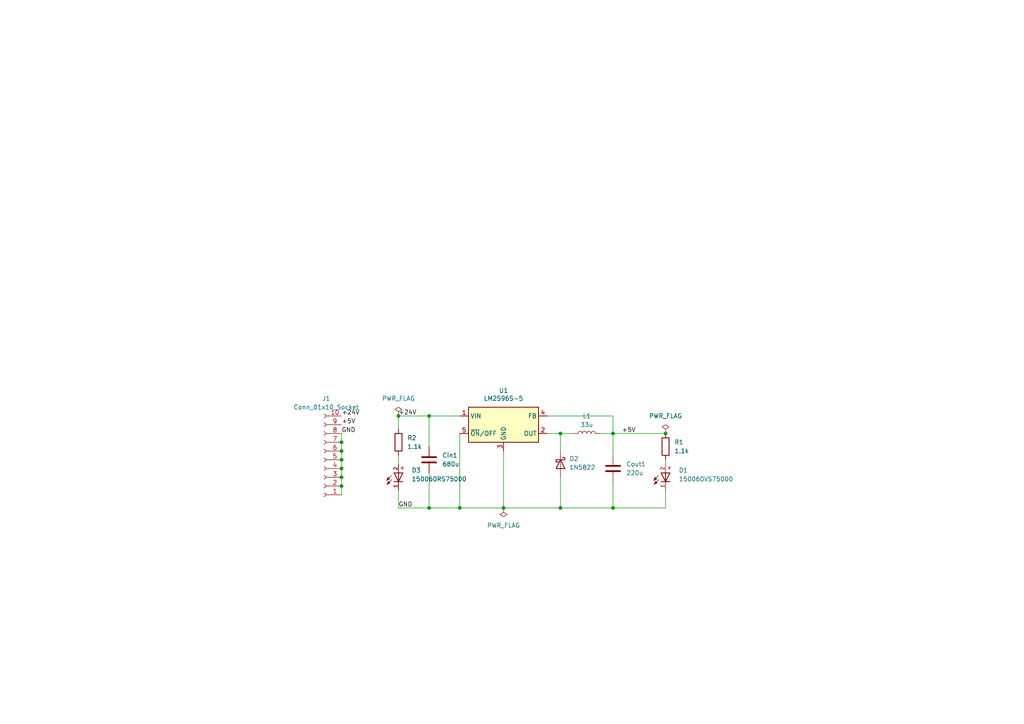
<source format=kicad_sch>
(kicad_sch (version 20231120) (generator "eeschema") (generator_version "8.0")
  (paper "A4")
  (lib_symbols
    (symbol "Library:1N5822" (pin_numbers hide) (pin_names (offset 1.016) hide)
      (property "Reference" "D" (at 0 2.54 0))
      (property "Value" "1N5822" (at 0 -2.54 0))
      (symbol "1N5822_0_1"
        (polyline (pts (xy 1.27 0) (xy -1.27 0)))
        (polyline (pts (xy 1.27 1.27) (xy 1.27 -1.27) (xy -1.27 0) (xy 1.27 1.27)) (stroke (width 0.254)))
        (polyline (pts (xy -1.905 0.635) (xy -1.905 1.27) (xy -1.27 1.27) (xy -1.27 -1.27) (xy -0.635 -1.27) (xy -0.635 -0.635)) (stroke (width 0.254)))
      )
      (symbol "1N5822_1_1"
        (pin passive line (at -3.81 0 0) (length 2.54) (name "K") (number "1"))
        (pin passive line (at 3.81 0 180) (length 2.54) (name "A") (number "2"))
      )
    )
    (symbol "Library:C" (pin_numbers hide) (pin_names (offset 0.254))
      (property "Reference" "C" (at 0.635 2.54 0))
      (property "Value" "C" (at 0.635 -2.54 0))
      (symbol "C_0_1"
        (polyline (pts (xy -2.032 -0.762) (xy 2.032 -0.762)) (stroke (width 0.508)))
        (polyline (pts (xy -2.032 0.762) (xy 2.032 0.762)) (stroke (width 0.508)))
      )
      (symbol "C_1_1"
        (pin passive line (at 0 3.81 270) (length 2.794) (name "~") (number "1"))
        (pin passive line (at 0 -3.81 90) (length 2.794) (name "~") (number "2"))
      )
    )
    (symbol "Library:Conn_01x10_Socket" (pin_names (offset 1.016) hide)
      (property "Reference" "J" (at 0 12.7 0))
      (property "Value" "Conn_01x10_Socket" (at 0 -15.24 0))
      (symbol "Conn_01x10_Socket_1_1"
        (arc (start 0 -12.192) (mid -0.5058 -12.7) (end 0 -13.208) (stroke (width 0.1524)))
        (arc (start 0 -9.652) (mid -0.5058 -10.16) (end 0 -10.668) (stroke (width 0.1524)))
        (arc (start 0 -7.112) (mid -0.5058 -7.62) (end 0 -8.128) (stroke (width 0.1524)))
        (arc (start 0 -4.572) (mid -0.5058 -5.08) (end 0 -5.588) (stroke (width 0.1524)))
        (arc (start 0 -2.032) (mid -0.5058 -2.54) (end 0 -3.048) (stroke (width 0.1524)))
        (polyline (pts (xy -1.27 -12.7) (xy -0.508 -12.7)) (stroke (width 0.1524)))
        (polyline (pts (xy -1.27 -10.16) (xy -0.508 -10.16)) (stroke (width 0.1524)))
        (polyline (pts (xy -1.27 -7.62) (xy -0.508 -7.62)) (stroke (width 0.1524)))
        (polyline (pts (xy -1.27 -5.08) (xy -0.508 -5.08)) (stroke (width 0.1524)))
        (polyline (pts (xy -1.27 -2.54) (xy -0.508 -2.54)) (stroke (width 0.1524)))
        (polyline (pts (xy -1.27 0) (xy -0.508 0)) (stroke (width 0.1524)))
        (polyline (pts (xy -1.27 2.54) (xy -0.508 2.54)) (stroke (width 0.1524)))
        (polyline (pts (xy -1.27 5.08) (xy -0.508 5.08)) (stroke (width 0.1524)))
        (polyline (pts (xy -1.27 7.62) (xy -0.508 7.62)) (stroke (width 0.1524)))
        (polyline (pts (xy -1.27 10.16) (xy -0.508 10.16)) (stroke (width 0.1524)))
        (arc (start 0 0.508) (mid -0.5058 0) (end 0 -0.508) (stroke (width 0.1524)))
        (arc (start 0 3.048) (mid -0.5058 2.54) (end 0 2.032) (stroke (width 0.1524)))
        (arc (start 0 5.588) (mid -0.5058 5.08) (end 0 4.572) (stroke (width 0.1524)))
        (arc (start 0 8.128) (mid -0.5058 7.62) (end 0 7.112) (stroke (width 0.1524)))
        (arc (start 0 10.668) (mid -0.5058 10.16) (end 0 9.652) (stroke (width 0.1524)))
        (pin passive line (at -5.08 10.16 0) (length 3.81) (name "Pin_1") (number "1"))
        (pin passive line (at -5.08 -12.7 0) (length 3.81) (name "Pin_10") (number "10"))
        (pin passive line (at -5.08 7.62 0) (length 3.81) (name "Pin_2") (number "2"))
        (pin passive line (at -5.08 5.08 0) (length 3.81) (name "Pin_3") (number "3"))
        (pin passive line (at -5.08 2.54 0) (length 3.81) (name "Pin_4") (number "4"))
        (pin passive line (at -5.08 0 0) (length 3.81) (name "Pin_5") (number "5"))
        (pin passive line (at -5.08 -2.54 0) (length 3.81) (name "Pin_6") (number "6"))
        (pin passive line (at -5.08 -5.08 0) (length 3.81) (name "Pin_7") (number "7"))
        (pin passive line (at -5.08 -7.62 0) (length 3.81) (name "Pin_8") (number "8"))
        (pin passive line (at -5.08 -10.16 0) (length 3.81) (name "Pin_9") (number "9"))
      )
    )
    (symbol "Library:L" (pin_numbers hide) (pin_names (offset 1.016) hide)
      (property "Reference" "L" (at -1.27 0 90))
      (property "Value" "L" (at 1.905 0 90))
      (symbol "L_0_1"
        (arc (start 0 -2.54) (mid 0.6323 -1.905) (end 0 -1.27))
        (arc (start 0 -1.27) (mid 0.6323 -0.635) (end 0 0))
        (arc (start 0 0) (mid 0.6323 0.635) (end 0 1.27))
        (arc (start 0 1.27) (mid 0.6323 1.905) (end 0 2.54))
      )
      (symbol "L_1_1"
        (pin passive line (at 0 3.81 270) (length 1.27) (name "1") (number "1"))
        (pin passive line (at 0 -3.81 90) (length 1.27) (name "2") (number "2"))
      )
    )
    (symbol "Library:LM2596S-5"
      (property "Reference" "U" (at -10.16 6.35 0))
      (property "Value" "LM2596S-5" (at 0 6.35 0))
      (symbol "LM2596S-5_0_1"
        (rectangle (start -10.16 5.08) (end 10.16 -5.08) (stroke (width 0.254)) (fill (type background)))
      )
      (symbol "LM2596S-5_1_1"
        (pin power_in line (at -12.7 2.54 0) (length 2.54) (name "VIN") (number "1"))
        (pin output line (at 12.7 -2.54 180) (length 2.54) (name "OUT") (number "2"))
        (pin power_in line (at 0 -7.62 90) (length 2.54) (name "GND") (number "3"))
        (pin input line (at 12.7 2.54 180) (length 2.54) (name "FB") (number "4"))
        (pin input line (at -12.7 -2.54 0) (length 2.54) (name "~{ON}/OFF") (number "5"))
      )
    )
    (symbol "Library:PWR_FLAG" (power) (pin_numbers hide) (pin_names (offset 0) hide)
      (property "Value" "PWR_FLAG" (at 0 3.81 0))
      (symbol "PWR_FLAG_0_0"
        (pin power_out line (at 0 0 90) (length 0) (name "~") (number "1"))
      )
      (symbol "PWR_FLAG_0_1"
        (polyline (pts (xy 0 0) (xy 0 1.27) (xy -1.016 1.905) (xy 0 2.54) (xy 1.016 1.905) (xy 0 1.27)))
      )
    )
    (symbol "Library:R" (pin_numbers hide) (pin_names (offset 0))
      (property "Reference" "R" (at 2.032 0 90))
      (property "Value" "R" (at 0 0 90))
      (symbol "R_0_1"
        (rectangle (start -1.016 -2.54) (end 1.016 2.54) (stroke (width 0.254)))
      )
      (symbol "R_1_1"
        (pin passive line (at 0 3.81 270) (length 1.27) (name "~") (number "1"))
        (pin passive line (at 0 -3.81 90) (length 1.27) (name "~") (number "2"))
      )
    )
    (symbol "Library:WL-SMCW_0603" (pin_names (offset 1.016))
      (property "Reference" "D" (at -1.988 3.972 0))
      (property "Value" "WL-SMCW_0603" (at -2.628 -3.928 0))
      (symbol "WL-SMCW_0603_0_0"
        (polyline (pts (xy 0 -1.27) (xy 0 0)) (stroke (width 0.254)))
        (polyline (pts (xy 0 0) (xy 0 1.27)) (stroke (width 0.254)))
        (polyline (pts (xy 0 0) (xy 2.54 0)) (stroke (width 0.254)))
        (polyline (pts (xy 0 0) (xy 2.54 1.27)) (stroke (width 0.254)))
        (polyline (pts (xy 0.635 1.905) (xy -0.762 3.302)) (stroke (width 0.1524)))
        (polyline (pts (xy 1.778 2.032) (xy 0.381 3.429)) (stroke (width 0.1524)))
        (polyline (pts (xy 2.54 -1.27) (xy 0 0)) (stroke (width 0.254)))
        (polyline (pts (xy 2.54 -1.27) (xy 2.54 0)) (stroke (width 0.254)))
        (polyline (pts (xy 2.54 0) (xy 2.54 1.27)) (stroke (width 0.254)))
        (polyline (pts (xy -0.762 3.302) (xy 0.127 2.921) (xy -0.381 2.413) (xy -0.762 3.302)) (stroke (width 0.1524)) (fill (type outline)))
        (polyline (pts (xy 0.381 3.429) (xy 1.27 3.048) (xy 0.762 2.54) (xy 0.381 3.429)) (stroke (width 0.1524)) (fill (type outline)))
        (text "+" (at 3.08 -1.74 0) (effects (font (size 1.27 1.27)) (justify left bottom)))
        (pin passive line (at -2.54 0 0) (length 2.54) (name "~") (number "1"))
        (pin passive line (at 5.08 0 180) (length 2.54) (name "~") (number "2"))
      )
    )
  )
  (junction (at 99.06 140.97))
  (junction (at 133.35 147.32))
  (junction (at 124.46 147.32))
  (junction (at 162.56 147.32))
  (junction (at 99.06 133.35))
  (junction (at 124.46 120.65))
  (junction (at 99.06 135.89))
  (junction (at 115.57 120.65))
  (junction (at 99.06 128.27))
  (junction (at 177.8 125.73))
  (junction (at 146.05 147.32))
  (junction (at 162.56 125.73))
  (junction (at 99.06 130.81))
  (junction (at 177.8 147.32))
  (junction (at 99.06 138.43))
  (junction (at 193.04 125.73))
  (wire (pts (xy 162.56 125.73) (xy 166.37 125.73)))
  (wire (pts (xy 177.8 120.65) (xy 177.8 125.73)))
  (wire (pts (xy 99.06 140.97) (xy 99.06 143.51)))
  (wire (pts (xy 177.8 147.32) (xy 193.04 147.32)))
  (wire (pts (xy 115.57 120.65) (xy 115.57 124.46)))
  (wire (pts (xy 133.35 125.73) (xy 133.35 147.32)))
  (wire (pts (xy 99.06 125.73) (xy 99.06 128.27)))
  (wire (pts (xy 193.04 133.35) (xy 193.04 134.62)))
  (wire (pts (xy 158.75 125.73) (xy 162.56 125.73)))
  (wire (pts (xy 177.8 132.08) (xy 177.8 125.73)))
  (wire (pts (xy 99.06 138.43) (xy 99.06 140.97)))
  (wire (pts (xy 124.46 129.54) (xy 124.46 120.65)))
  (wire (pts (xy 124.46 147.32) (xy 133.35 147.32)))
  (wire (pts (xy 146.05 147.32) (xy 162.56 147.32)))
  (wire (pts (xy 177.8 139.7) (xy 177.8 147.32)))
  (wire (pts (xy 115.57 132.08) (xy 115.57 134.62)))
  (wire (pts (xy 99.06 130.81) (xy 99.06 133.35)))
  (wire (pts (xy 193.04 142.24) (xy 193.04 147.32)))
  (wire (pts (xy 124.46 137.16) (xy 124.46 147.32)))
  (wire (pts (xy 99.06 135.89) (xy 99.06 138.43)))
  (wire (pts (xy 146.05 130.81) (xy 146.05 147.32)))
  (wire (pts (xy 177.8 125.73) (xy 193.04 125.73)))
  (wire (pts (xy 133.35 147.32) (xy 146.05 147.32)))
  (wire (pts (xy 158.75 120.65) (xy 177.8 120.65)))
  (wire (pts (xy 162.56 130.81) (xy 162.56 125.73)))
  (wire (pts (xy 99.06 128.27) (xy 99.06 130.81)))
  (wire (pts (xy 124.46 120.65) (xy 133.35 120.65)))
  (wire (pts (xy 162.56 147.32) (xy 177.8 147.32)))
  (wire (pts (xy 173.99 125.73) (xy 177.8 125.73)))
  (wire (pts (xy 115.57 142.24) (xy 115.57 147.32)))
  (wire (pts (xy 162.56 138.43) (xy 162.56 147.32)))
  (wire (pts (xy 115.57 120.65) (xy 124.46 120.65)))
  (wire (pts (xy 99.06 133.35) (xy 99.06 135.89)))
  (wire (pts (xy 115.57 147.32) (xy 124.46 147.32)))
  (label "GND" (at 115.57 147.32 0))
  (label "GND" (at 99.06 125.73 0))
  (label "+5V" (at 180.34 125.73 0))
  (label "+24V" (at 115.57 120.65 0))
  (label "+5V" (at 99.06 123.19 0))
  (label "+24V" (at 99.06 120.65 0))
  (symbol (lib_id "Library:1N5822") (at 162.56 134.62 270) (unit 1)
    (property "Reference" "D2" (at 165.1 133.0324 90) (effects (justify left)))
    (property "Value" "1N5822" (at 165.1 135.5724 90) (effects (justify left)))
    (property "Footprint" "Diode_THT:D_DO-201AD_P15.24mm_Horizontal" (effects (hide yes)))
    (property "Datasheet" "http://www.vishay.com/docs/88526/1n5820.pdf" (effects (hide yes)))
    (property "Description" "40V 3A Schottky Barrier Rectifier Diode, DO-201AD" (effects (hide yes)))
  )
  (symbol (lib_id "Library:Conn_01x10_Socket") (at 93.98 133.35 180) (unit 1)
    (property "Reference" "J1" (at 94.615 115.57 0))
    (property "Value" "Conn_01x10_Socket" (at 94.615 118.11 0))
    (property "Footprint" "10pin Socket:PRECI-DIP_310-87-110-41-001101" (effects (hide yes)))
    (property "Description" "Generic connector, single row, 01x10, script generated" (effects (hide yes)))
  )
  (symbol (lib_id "Library:L") (at 170.18 125.73 90) (unit 1)
    (property "Reference" "L1" (at 170.18 120.65 90))
    (property "Value" "33u" (at 170.18 123.19 90))
    (property "Footprint" "DR127_330_R1:IND_DR127-330-R_EAT" (effects (hide yes)))
    (property "Datasheet" "https://www.eaton.com/content/dam/eaton/products/electronic-components/resources/data-sheet/eaton-dr-high-power-density-high-efficiency-shielded-drum-core-power-inductors-data-sheet.pdf" (effects (hide yes)))
    (property "Description" "Inductor" (effects (hide yes)))
  )
  (symbol (lib_id "Library:PWR_FLAG") (at 115.57 120.65 0) (unit 1)
    (property "Reference" "#FLG01" (effects (hide yes)))
    (property "Value" "PWR_FLAG" (at 115.57 115.57 0))
    (property "Description" "Special symbol for telling ERC where power comes from" (effects (hide yes)))
  )
  (symbol (lib_id "Library:C") (at 177.8 135.89 0) (unit 1)
    (property "Reference" "Cout1" (at 181.61 134.6199 0) (effects (justify left)))
    (property "Value" "220u" (at 181.61 137.1599 0) (effects (justify left)))
    (property "Footprint" "220_cap:CAP_YX_8X11P5_RUB" (effects (hide yes)))
    (property "Datasheet" "https://www.rubycon.co.jp/wp-content/uploads/catalog-aluminum/ZLH.pdf" (effects (hide yes)))
    (property "Description" "Unpolarized capacitor" (effects (hide yes)))
  )
  (symbol (lib_id "Library:WL-SMCW_0603") (at 193.04 139.7 90) (unit 1)
    (property "Reference" "D1" (at 196.85 136.4116 90) (effects (justify right)))
    (property "Value" "150060VS75000" (at 196.85 138.9516 90) (effects (justify right)))
    (property "Footprint" "WL-SMCW_0603:WL-SMCW_0603" (effects (hide yes)))
    (property "Datasheet" "https://www.we-online.com/components/products/datasheet/150060VS75000.pdf" (effects (hide yes)))
    (property "Description" "Light emitting diode" (effects (hide yes)))
  )
  (symbol (lib_id "Library:PWR_FLAG") (at 193.04 125.73 0) (unit 1)
    (property "Reference" "#FLG02" (effects (hide yes)))
    (property "Value" "PWR_FLAG" (at 193.04 120.65 0))
    (property "Description" "Special symbol for telling ERC where power comes from" (effects (hide yes)))
  )
  (symbol (lib_id "Library:LM2596S-5") (at 146.05 123.19 0) (unit 1)
    (property "Reference" "U1" (at 146.05 113.284 0))
    (property "Value" "LM2596S-5" (at 146.05 115.57 0))
    (property "Footprint" "Package_TO_SOT_SMD:TO-263-5_TabPin3" (effects (hide yes)))
    (property "Datasheet" "http://www.ti.com/lit/ds/symlink/lm2596.pdf" (effects (hide yes)))
    (property "Description" "5V 3A Step-Down Voltage Regulator, TO-263" (effects (hide yes)))
  )
  (symbol (lib_id "Library:WL-SMCW_0603") (at 115.57 139.7 90) (unit 1)
    (property "Reference" "D3" (at 119.38 136.4116 90) (effects (justify right)))
    (property "Value" "150060RS75000" (at 119.38 138.9516 90) (effects (justify right)))
    (property "Footprint" "WL-SMCW_0603:WL-SMCW_0603" (effects (hide yes)))
    (property "Datasheet" "https://www.we-online.com/components/products/datasheet/150060RS75000.pdf" (effects (hide yes)))
    (property "Description" "Light emitting diode" (effects (hide yes)))
  )
  (symbol (lib_id "Library:R") (at 193.04 129.54 0) (unit 1)
    (property "Reference" "R1" (at 195.58 128.2699 0) (effects (justify left)))
    (property "Value" "1.1k" (at 195.58 130.8099 0) (effects (justify left)))
    (property "Footprint" "RMCF0805JT1K10:RESC2012X65N" (effects (hide yes)))
    (property "Description" "Resistor" (effects (hide yes)))
  )
  (symbol (lib_id "Library:R") (at 115.57 128.27 0) (unit 1)
    (property "Reference" "R2" (at 118.11 126.9999 0) (effects (justify left)))
    (property "Value" "1.1k" (at 118.11 129.5399 0) (effects (justify left)))
    (property "Footprint" "RMCF0805JT1K10:RESC2012X65N" (effects (hide yes)))
    (property "Description" "Resistor" (effects (hide yes)))
  )
  (symbol (lib_id "Library:PWR_FLAG") (at 146.05 147.32 180) (unit 1)
    (property "Reference" "#FLG03" (effects (hide yes)))
    (property "Value" "PWR_FLAG" (at 146.05 152.4 0))
    (property "Description" "Special symbol for telling ERC where power comes from" (effects (hide yes)))
  )
  (symbol (lib_id "Library:C") (at 124.46 133.35 0) (unit 1)
    (property "Reference" "Cin1" (at 128.27 132.0799 0) (effects (justify left)))
    (property "Value" "680u" (at 128.27 134.6199 0) (effects (justify left)))
    (property "Footprint" "680_cap:CAP_FT_G_PAN" (effects (hide yes)))
    (property "Datasheet" "https://industrial.panasonic.com/cdbs/www-data/pdf/RDE0000/ABA0000C1240.pdf" (effects (hide yes)))
    (property "Description" "Unpolarized capacitor" (effects (hide yes)))
  )
)
</source>
